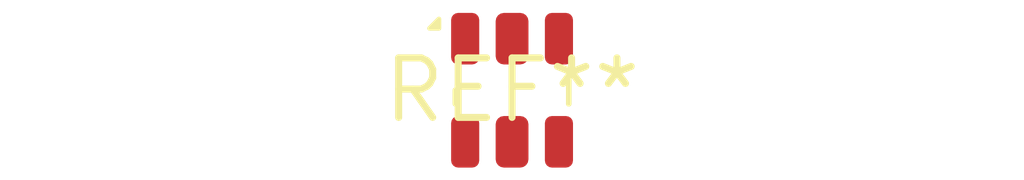
<source format=kicad_pcb>
(kicad_pcb (version 20240108) (generator pcbnew)
  (layers (0 "F.Cu" signal) (31 "B.Cu" signal) (34 "B.Paste" user) (35 "F.Paste" user) (36 "B.SilkS" user "B.Silkscreen") (37 "F.SilkS" user "F.Silkscreen") (38 "B.Mask" user) (39 "F.Mask" user) (44 "Edge.Cuts" user))
  (net 0 "")
  (footprint "Broadcom_APDS-9301" (layer "F.Cu") (at 0 0)
    (property "Reference" "REF**")
    (property "Value" "Broadcom_APDS-9301")
    (fp_line (start -1.21 0) (end -1.21 0.29) (layer "F.SilkS") (stroke (width 0.12)))
    (fp_line (start 1.21 -0.29) (end 1.21 0.29) (layer "F.SilkS") (stroke (width 0.12)))
    (fp_poly (pts (xy -1.56 -1.32) (xy -1.56 -1.52) (xy -1.76 -1.32)) (layer "F.SilkS") (stroke (width 0.1)) (fill solid))
    (pad "1" smd roundrect (at -1 -1.1) (size 0.6 1.1) (layers "F.Cu" "F.Paste" "F.Mask"))
    (pad "2" smd roundrect (at -1 1.1) (size 0.6 1.1) (layers "F.Cu" "F.Paste" "F.Mask"))
    (pad "3" smd roundrect (at 0 1.1) (size 0.7 1.1) (layers "F.Cu" "F.Paste" "F.Mask"))
    (pad "4" smd roundrect (at 1 1.1) (size 0.6 1.1) (layers "F.Cu" "F.Paste" "F.Mask"))
    (pad "5" smd roundrect (at 1 -1.1) (size 0.6 1.1) (layers "F.Cu" "F.Paste" "F.Mask"))
    (pad "6" smd roundrect (at 0 -1.1) (size 0.7 1.1) (layers "F.Cu" "F.Paste" "F.Mask"))
  )
)
</source>
